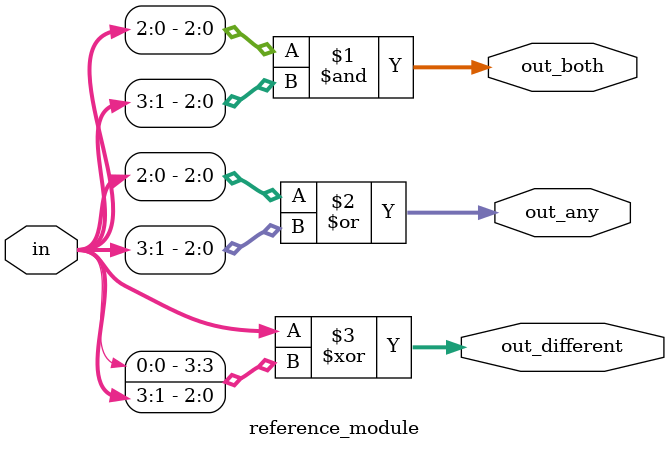
<source format=sv>
module reference_module (
	input [3:0] in,
	output [2:0] out_both,
	output [3:1] out_any,
	output [3:0] out_different
);

	assign out_both = in[2:0] & in[3:1];
	assign out_any = in[2:0] | in[3:1];
	assign out_different = in^{in[0], in[3:1]};
	
endmodule

</source>
